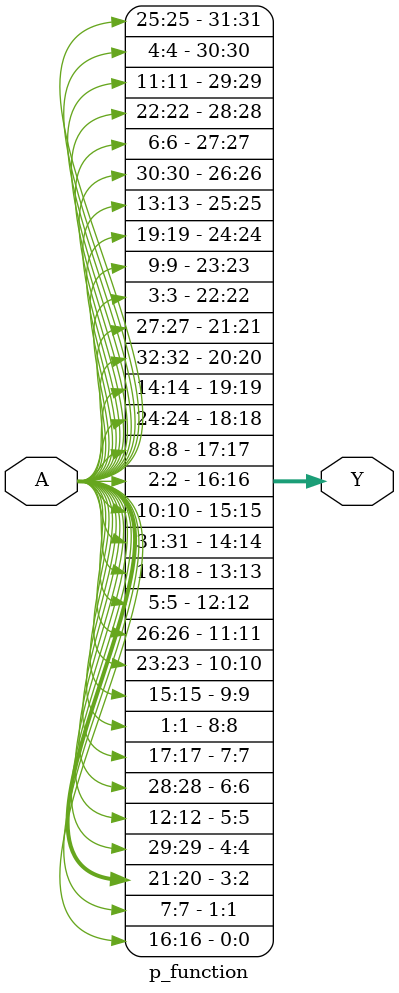
<source format=v>
`default_nettype none 
module p_function(
    input  wire [32:1] A,
    output wire [32:1] Y
);

assign Y[ 1 ] = A[16];
assign Y[ 2 ] = A[ 7];
assign Y[ 3 ] = A[20];
assign Y[ 4 ] = A[21];
assign Y[ 5 ] = A[29];
assign Y[ 6 ] = A[12];
assign Y[ 7 ] = A[28];
assign Y[ 8 ] = A[17];
assign Y[ 9 ] = A[ 1];
assign Y[10 ] = A[15];
assign Y[11 ] = A[23];
assign Y[12 ] = A[26];
assign Y[13 ] = A[ 5];
assign Y[14 ] = A[18];
assign Y[15 ] = A[31];
assign Y[16 ] = A[10];
assign Y[17 ] = A[ 2];
assign Y[18 ] = A[ 8];
assign Y[19 ] = A[24];
assign Y[20 ] = A[14];
assign Y[21 ] = A[32];
assign Y[22 ] = A[27];
assign Y[23 ] = A[ 3];
assign Y[24 ] = A[ 9];
assign Y[25 ] = A[19];
assign Y[26 ] = A[13];
assign Y[27 ] = A[30];
assign Y[28 ] = A[ 6];
assign Y[29 ] = A[22];
assign Y[30 ] = A[11];
assign Y[31 ] = A[ 4];
assign Y[32 ] = A[25];

endmodule

</source>
